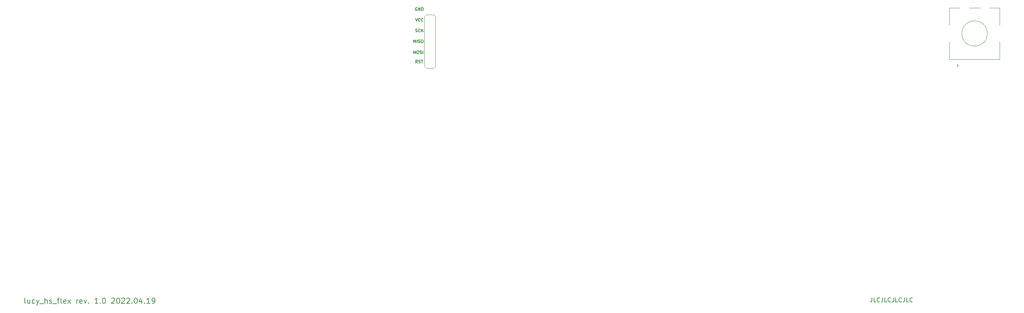
<source format=gto>
G04 #@! TF.GenerationSoftware,KiCad,Pcbnew,(6.0.1-0)*
G04 #@! TF.CreationDate,2022-04-19T22:54:19-05:00*
G04 #@! TF.ProjectId,pcb,7063622e-6b69-4636-9164-5f7063625858,rev?*
G04 #@! TF.SameCoordinates,Original*
G04 #@! TF.FileFunction,Legend,Top*
G04 #@! TF.FilePolarity,Positive*
%FSLAX46Y46*%
G04 Gerber Fmt 4.6, Leading zero omitted, Abs format (unit mm)*
G04 Created by KiCad (PCBNEW (6.0.1-0)) date 2022-04-19 22:54:19*
%MOMM*%
%LPD*%
G01*
G04 APERTURE LIST*
%ADD10C,0.150000*%
%ADD11C,0.200000*%
%ADD12C,0.120000*%
%ADD13C,3.000000*%
%ADD14C,1.750000*%
%ADD15C,3.987800*%
%ADD16R,2.000000X2.000000*%
%ADD17C,2.000000*%
%ADD18R,2.000000X3.200000*%
%ADD19C,3.800000*%
%ADD20O,1.700000X1.700000*%
%ADD21R,1.700000X1.700000*%
%ADD22C,0.650000*%
%ADD23O,1.300000X2.400000*%
%ADD24O,1.300000X1.900000*%
%ADD25C,1.700000*%
G04 APERTURE END LIST*
D10*
X296013577Y-115736694D02*
X296013577Y-116450980D01*
X295965958Y-116593837D01*
X295870720Y-116689075D01*
X295727863Y-116736694D01*
X295632625Y-116736694D01*
X296965958Y-116736694D02*
X296489767Y-116736694D01*
X296489767Y-115736694D01*
X297870720Y-116641456D02*
X297823101Y-116689075D01*
X297680244Y-116736694D01*
X297585005Y-116736694D01*
X297442148Y-116689075D01*
X297346910Y-116593837D01*
X297299291Y-116498599D01*
X297251672Y-116308123D01*
X297251672Y-116165266D01*
X297299291Y-115974790D01*
X297346910Y-115879552D01*
X297442148Y-115784314D01*
X297585005Y-115736694D01*
X297680244Y-115736694D01*
X297823101Y-115784314D01*
X297870720Y-115831933D01*
X298585005Y-115736694D02*
X298585005Y-116450980D01*
X298537386Y-116593837D01*
X298442148Y-116689075D01*
X298299291Y-116736694D01*
X298204053Y-116736694D01*
X299537386Y-116736694D02*
X299061196Y-116736694D01*
X299061196Y-115736694D01*
X300442148Y-116641456D02*
X300394529Y-116689075D01*
X300251672Y-116736694D01*
X300156434Y-116736694D01*
X300013577Y-116689075D01*
X299918339Y-116593837D01*
X299870720Y-116498599D01*
X299823101Y-116308123D01*
X299823101Y-116165266D01*
X299870720Y-115974790D01*
X299918339Y-115879552D01*
X300013577Y-115784314D01*
X300156434Y-115736694D01*
X300251672Y-115736694D01*
X300394529Y-115784314D01*
X300442148Y-115831933D01*
X301156434Y-115736694D02*
X301156434Y-116450980D01*
X301108815Y-116593837D01*
X301013577Y-116689075D01*
X300870720Y-116736694D01*
X300775482Y-116736694D01*
X302108815Y-116736694D02*
X301632625Y-116736694D01*
X301632625Y-115736694D01*
X303013577Y-116641456D02*
X302965958Y-116689075D01*
X302823101Y-116736694D01*
X302727863Y-116736694D01*
X302585005Y-116689075D01*
X302489767Y-116593837D01*
X302442148Y-116498599D01*
X302394529Y-116308123D01*
X302394529Y-116165266D01*
X302442148Y-115974790D01*
X302489767Y-115879552D01*
X302585005Y-115784314D01*
X302727863Y-115736694D01*
X302823101Y-115736694D01*
X302965958Y-115784314D01*
X303013577Y-115831933D01*
X303727863Y-115736694D02*
X303727863Y-116450980D01*
X303680244Y-116593837D01*
X303585005Y-116689075D01*
X303442148Y-116736694D01*
X303346910Y-116736694D01*
X304680244Y-116736694D02*
X304204053Y-116736694D01*
X304204053Y-115736694D01*
X305585005Y-116641456D02*
X305537386Y-116689075D01*
X305394529Y-116736694D01*
X305299291Y-116736694D01*
X305156434Y-116689075D01*
X305061196Y-116593837D01*
X305013577Y-116498599D01*
X304965958Y-116308123D01*
X304965958Y-116165266D01*
X305013577Y-115974790D01*
X305061196Y-115879552D01*
X305156434Y-115784314D01*
X305299291Y-115736694D01*
X305394529Y-115736694D01*
X305537386Y-115784314D01*
X305585005Y-115831933D01*
D11*
X96234070Y-117065476D02*
X96115022Y-117005952D01*
X96055499Y-116886904D01*
X96055499Y-115815476D01*
X97245975Y-116232142D02*
X97245975Y-117065476D01*
X96710260Y-116232142D02*
X96710260Y-116886904D01*
X96769784Y-117005952D01*
X96888832Y-117065476D01*
X97067403Y-117065476D01*
X97186451Y-117005952D01*
X97245975Y-116946428D01*
X98376927Y-117005952D02*
X98257880Y-117065476D01*
X98019784Y-117065476D01*
X97900737Y-117005952D01*
X97841213Y-116946428D01*
X97781689Y-116827380D01*
X97781689Y-116470238D01*
X97841213Y-116351190D01*
X97900737Y-116291666D01*
X98019784Y-116232142D01*
X98257880Y-116232142D01*
X98376927Y-116291666D01*
X98793594Y-116232142D02*
X99091213Y-117065476D01*
X99388832Y-116232142D02*
X99091213Y-117065476D01*
X98972165Y-117363095D01*
X98912641Y-117422619D01*
X98793594Y-117482142D01*
X99567403Y-117184523D02*
X100519784Y-117184523D01*
X100817403Y-117065476D02*
X100817403Y-115815476D01*
X101353118Y-117065476D02*
X101353118Y-116410714D01*
X101293594Y-116291666D01*
X101174546Y-116232142D01*
X100995975Y-116232142D01*
X100876927Y-116291666D01*
X100817403Y-116351190D01*
X101888832Y-117005952D02*
X102007880Y-117065476D01*
X102245975Y-117065476D01*
X102365022Y-117005952D01*
X102424546Y-116886904D01*
X102424546Y-116827380D01*
X102365022Y-116708333D01*
X102245975Y-116648809D01*
X102067403Y-116648809D01*
X101948356Y-116589285D01*
X101888832Y-116470238D01*
X101888832Y-116410714D01*
X101948356Y-116291666D01*
X102067403Y-116232142D01*
X102245975Y-116232142D01*
X102365022Y-116291666D01*
X102662641Y-117184523D02*
X103615022Y-117184523D01*
X103734070Y-116232142D02*
X104210260Y-116232142D01*
X103912641Y-117065476D02*
X103912641Y-115994047D01*
X103972165Y-115875000D01*
X104091213Y-115815476D01*
X104210260Y-115815476D01*
X104805499Y-117065476D02*
X104686451Y-117005952D01*
X104626927Y-116886904D01*
X104626927Y-115815476D01*
X105757880Y-117005952D02*
X105638832Y-117065476D01*
X105400737Y-117065476D01*
X105281689Y-117005952D01*
X105222165Y-116886904D01*
X105222165Y-116410714D01*
X105281689Y-116291666D01*
X105400737Y-116232142D01*
X105638832Y-116232142D01*
X105757880Y-116291666D01*
X105817403Y-116410714D01*
X105817403Y-116529761D01*
X105222165Y-116648809D01*
X106234070Y-117065476D02*
X106888832Y-116232142D01*
X106234070Y-116232142D02*
X106888832Y-117065476D01*
X108317403Y-117065476D02*
X108317403Y-116232142D01*
X108317403Y-116470238D02*
X108376927Y-116351190D01*
X108436451Y-116291666D01*
X108555499Y-116232142D01*
X108674546Y-116232142D01*
X109567403Y-117005952D02*
X109448356Y-117065476D01*
X109210260Y-117065476D01*
X109091213Y-117005952D01*
X109031689Y-116886904D01*
X109031689Y-116410714D01*
X109091213Y-116291666D01*
X109210260Y-116232142D01*
X109448356Y-116232142D01*
X109567403Y-116291666D01*
X109626927Y-116410714D01*
X109626927Y-116529761D01*
X109031689Y-116648809D01*
X110043594Y-116232142D02*
X110341213Y-117065476D01*
X110638832Y-116232142D01*
X111115022Y-116946428D02*
X111174546Y-117005952D01*
X111115022Y-117065476D01*
X111055499Y-117005952D01*
X111115022Y-116946428D01*
X111115022Y-117065476D01*
X113317403Y-117065476D02*
X112603118Y-117065476D01*
X112960260Y-117065476D02*
X112960260Y-115815476D01*
X112841213Y-115994047D01*
X112722165Y-116113095D01*
X112603118Y-116172619D01*
X113853118Y-116946428D02*
X113912641Y-117005952D01*
X113853118Y-117065476D01*
X113793594Y-117005952D01*
X113853118Y-116946428D01*
X113853118Y-117065476D01*
X114686451Y-115815476D02*
X114805499Y-115815476D01*
X114924546Y-115875000D01*
X114984070Y-115934523D01*
X115043594Y-116053571D01*
X115103118Y-116291666D01*
X115103118Y-116589285D01*
X115043594Y-116827380D01*
X114984070Y-116946428D01*
X114924546Y-117005952D01*
X114805499Y-117065476D01*
X114686451Y-117065476D01*
X114567403Y-117005952D01*
X114507880Y-116946428D01*
X114448356Y-116827380D01*
X114388832Y-116589285D01*
X114388832Y-116291666D01*
X114448356Y-116053571D01*
X114507880Y-115934523D01*
X114567403Y-115875000D01*
X114686451Y-115815476D01*
X116531689Y-115934523D02*
X116591213Y-115875000D01*
X116710260Y-115815476D01*
X117007880Y-115815476D01*
X117126927Y-115875000D01*
X117186451Y-115934523D01*
X117245975Y-116053571D01*
X117245975Y-116172619D01*
X117186451Y-116351190D01*
X116472165Y-117065476D01*
X117245975Y-117065476D01*
X118019784Y-115815476D02*
X118138832Y-115815476D01*
X118257880Y-115875000D01*
X118317403Y-115934523D01*
X118376927Y-116053571D01*
X118436451Y-116291666D01*
X118436451Y-116589285D01*
X118376927Y-116827380D01*
X118317403Y-116946428D01*
X118257880Y-117005952D01*
X118138832Y-117065476D01*
X118019784Y-117065476D01*
X117900737Y-117005952D01*
X117841213Y-116946428D01*
X117781689Y-116827380D01*
X117722165Y-116589285D01*
X117722165Y-116291666D01*
X117781689Y-116053571D01*
X117841213Y-115934523D01*
X117900737Y-115875000D01*
X118019784Y-115815476D01*
X118912641Y-115934523D02*
X118972165Y-115875000D01*
X119091213Y-115815476D01*
X119388832Y-115815476D01*
X119507880Y-115875000D01*
X119567403Y-115934523D01*
X119626927Y-116053571D01*
X119626927Y-116172619D01*
X119567403Y-116351190D01*
X118853118Y-117065476D01*
X119626927Y-117065476D01*
X120103118Y-115934523D02*
X120162641Y-115875000D01*
X120281689Y-115815476D01*
X120579308Y-115815476D01*
X120698356Y-115875000D01*
X120757880Y-115934523D01*
X120817403Y-116053571D01*
X120817403Y-116172619D01*
X120757880Y-116351190D01*
X120043594Y-117065476D01*
X120817403Y-117065476D01*
X121353118Y-116946428D02*
X121412641Y-117005952D01*
X121353118Y-117065476D01*
X121293594Y-117005952D01*
X121353118Y-116946428D01*
X121353118Y-117065476D01*
X122186451Y-115815476D02*
X122305499Y-115815476D01*
X122424546Y-115875000D01*
X122484070Y-115934523D01*
X122543594Y-116053571D01*
X122603118Y-116291666D01*
X122603118Y-116589285D01*
X122543594Y-116827380D01*
X122484070Y-116946428D01*
X122424546Y-117005952D01*
X122305499Y-117065476D01*
X122186451Y-117065476D01*
X122067403Y-117005952D01*
X122007880Y-116946428D01*
X121948356Y-116827380D01*
X121888832Y-116589285D01*
X121888832Y-116291666D01*
X121948356Y-116053571D01*
X122007880Y-115934523D01*
X122067403Y-115875000D01*
X122186451Y-115815476D01*
X123674546Y-116232142D02*
X123674546Y-117065476D01*
X123376927Y-115755952D02*
X123079308Y-116648809D01*
X123853118Y-116648809D01*
X124329308Y-116946428D02*
X124388832Y-117005952D01*
X124329308Y-117065476D01*
X124269784Y-117005952D01*
X124329308Y-116946428D01*
X124329308Y-117065476D01*
X125579308Y-117065476D02*
X124865022Y-117065476D01*
X125222165Y-117065476D02*
X125222165Y-115815476D01*
X125103118Y-115994047D01*
X124984070Y-116113095D01*
X124865022Y-116172619D01*
X126174546Y-117065476D02*
X126412641Y-117065476D01*
X126531689Y-117005952D01*
X126591213Y-116946428D01*
X126710260Y-116767857D01*
X126769784Y-116529761D01*
X126769784Y-116053571D01*
X126710260Y-115934523D01*
X126650737Y-115875000D01*
X126531689Y-115815476D01*
X126293594Y-115815476D01*
X126174546Y-115875000D01*
X126115022Y-115934523D01*
X126055499Y-116053571D01*
X126055499Y-116351190D01*
X126115022Y-116470238D01*
X126174546Y-116529761D01*
X126293594Y-116589285D01*
X126531689Y-116589285D01*
X126650737Y-116529761D01*
X126710260Y-116470238D01*
X126769784Y-116351190D01*
D10*
X187840225Y-57960616D02*
X187840225Y-57260616D01*
X188073558Y-57760616D01*
X188306891Y-57260616D01*
X188306891Y-57960616D01*
X188773558Y-57260616D02*
X188906891Y-57260616D01*
X188973558Y-57293950D01*
X189040225Y-57360616D01*
X189073558Y-57493950D01*
X189073558Y-57727283D01*
X189040225Y-57860616D01*
X188973558Y-57927283D01*
X188906891Y-57960616D01*
X188773558Y-57960616D01*
X188706891Y-57927283D01*
X188640225Y-57860616D01*
X188606891Y-57727283D01*
X188606891Y-57493950D01*
X188640225Y-57360616D01*
X188706891Y-57293950D01*
X188773558Y-57260616D01*
X189340225Y-57927283D02*
X189440225Y-57960616D01*
X189606891Y-57960616D01*
X189673558Y-57927283D01*
X189706891Y-57893950D01*
X189740225Y-57827283D01*
X189740225Y-57760616D01*
X189706891Y-57693950D01*
X189673558Y-57660616D01*
X189606891Y-57627283D01*
X189473558Y-57593950D01*
X189406891Y-57560616D01*
X189373558Y-57527283D01*
X189340225Y-57460616D01*
X189340225Y-57393950D01*
X189373558Y-57327283D01*
X189406891Y-57293950D01*
X189473558Y-57260616D01*
X189640225Y-57260616D01*
X189740225Y-57293950D01*
X190040225Y-57960616D02*
X190040225Y-57260616D01*
X187840225Y-55378112D02*
X187840225Y-54678112D01*
X188073558Y-55178112D01*
X188306891Y-54678112D01*
X188306891Y-55378112D01*
X188640225Y-55378112D02*
X188640225Y-54678112D01*
X188940225Y-55344779D02*
X189040225Y-55378112D01*
X189206891Y-55378112D01*
X189273558Y-55344779D01*
X189306891Y-55311446D01*
X189340225Y-55244779D01*
X189340225Y-55178112D01*
X189306891Y-55111446D01*
X189273558Y-55078112D01*
X189206891Y-55044779D01*
X189073558Y-55011446D01*
X189006891Y-54978112D01*
X188973558Y-54944779D01*
X188940225Y-54878112D01*
X188940225Y-54811446D01*
X188973558Y-54744779D01*
X189006891Y-54711446D01*
X189073558Y-54678112D01*
X189240225Y-54678112D01*
X189340225Y-54711446D01*
X189773558Y-54678112D02*
X189906891Y-54678112D01*
X189973558Y-54711446D01*
X190040225Y-54778112D01*
X190073558Y-54911446D01*
X190073558Y-55144779D01*
X190040225Y-55278112D01*
X189973558Y-55344779D01*
X189906891Y-55378112D01*
X189773558Y-55378112D01*
X189706891Y-55344779D01*
X189640225Y-55278112D01*
X189606891Y-55144779D01*
X189606891Y-54911446D01*
X189640225Y-54778112D01*
X189706891Y-54711446D01*
X189773558Y-54678112D01*
X188290225Y-52807283D02*
X188390225Y-52840616D01*
X188556891Y-52840616D01*
X188623558Y-52807283D01*
X188656891Y-52773950D01*
X188690225Y-52707283D01*
X188690225Y-52640616D01*
X188656891Y-52573950D01*
X188623558Y-52540616D01*
X188556891Y-52507283D01*
X188423558Y-52473950D01*
X188356891Y-52440616D01*
X188323558Y-52407283D01*
X188290225Y-52340616D01*
X188290225Y-52273950D01*
X188323558Y-52207283D01*
X188356891Y-52173950D01*
X188423558Y-52140616D01*
X188590225Y-52140616D01*
X188690225Y-52173950D01*
X189390225Y-52773950D02*
X189356891Y-52807283D01*
X189256891Y-52840616D01*
X189190225Y-52840616D01*
X189090225Y-52807283D01*
X189023558Y-52740616D01*
X188990225Y-52673950D01*
X188956891Y-52540616D01*
X188956891Y-52440616D01*
X188990225Y-52307283D01*
X189023558Y-52240616D01*
X189090225Y-52173950D01*
X189190225Y-52140616D01*
X189256891Y-52140616D01*
X189356891Y-52173950D01*
X189390225Y-52207283D01*
X189690225Y-52840616D02*
X189690225Y-52140616D01*
X190090225Y-52840616D02*
X189790225Y-52440616D01*
X190090225Y-52140616D02*
X189690225Y-52540616D01*
X188631979Y-47093950D02*
X188565313Y-47060616D01*
X188465313Y-47060616D01*
X188365313Y-47093950D01*
X188298646Y-47160616D01*
X188265313Y-47227283D01*
X188231979Y-47360616D01*
X188231979Y-47460616D01*
X188265313Y-47593950D01*
X188298646Y-47660616D01*
X188365313Y-47727283D01*
X188465313Y-47760616D01*
X188531979Y-47760616D01*
X188631979Y-47727283D01*
X188665313Y-47693950D01*
X188665313Y-47460616D01*
X188531979Y-47460616D01*
X188965313Y-47760616D02*
X188965313Y-47060616D01*
X189365313Y-47760616D01*
X189365313Y-47060616D01*
X189698646Y-47760616D02*
X189698646Y-47060616D01*
X189865313Y-47060616D01*
X189965313Y-47093950D01*
X190031979Y-47160616D01*
X190065313Y-47227283D01*
X190098646Y-47360616D01*
X190098646Y-47460616D01*
X190065313Y-47593950D01*
X190031979Y-47660616D01*
X189965313Y-47727283D01*
X189865313Y-47760616D01*
X189698646Y-47760616D01*
X188256891Y-49600616D02*
X188490225Y-50300616D01*
X188723558Y-49600616D01*
X189356891Y-50233950D02*
X189323558Y-50267283D01*
X189223558Y-50300616D01*
X189156891Y-50300616D01*
X189056891Y-50267283D01*
X188990225Y-50200616D01*
X188956891Y-50133950D01*
X188923558Y-50000616D01*
X188923558Y-49900616D01*
X188956891Y-49767283D01*
X188990225Y-49700616D01*
X189056891Y-49633950D01*
X189156891Y-49600616D01*
X189223558Y-49600616D01*
X189323558Y-49633950D01*
X189356891Y-49667283D01*
X190056891Y-50233950D02*
X190023558Y-50267283D01*
X189923558Y-50300616D01*
X189856891Y-50300616D01*
X189756891Y-50267283D01*
X189690225Y-50200616D01*
X189656891Y-50133950D01*
X189623558Y-50000616D01*
X189623558Y-49900616D01*
X189656891Y-49767283D01*
X189690225Y-49700616D01*
X189756891Y-49633950D01*
X189856891Y-49600616D01*
X189923558Y-49600616D01*
X190023558Y-49633950D01*
X190056891Y-49667283D01*
X188756891Y-60178112D02*
X188523558Y-59844779D01*
X188356891Y-60178112D02*
X188356891Y-59478112D01*
X188623558Y-59478112D01*
X188690225Y-59511446D01*
X188723558Y-59544779D01*
X188756891Y-59611446D01*
X188756891Y-59711446D01*
X188723558Y-59778112D01*
X188690225Y-59811446D01*
X188623558Y-59844779D01*
X188356891Y-59844779D01*
X189023558Y-60144779D02*
X189123558Y-60178112D01*
X189290225Y-60178112D01*
X189356891Y-60144779D01*
X189390225Y-60111446D01*
X189423558Y-60044779D01*
X189423558Y-59978112D01*
X189390225Y-59911446D01*
X189356891Y-59878112D01*
X189290225Y-59844779D01*
X189156891Y-59811446D01*
X189090225Y-59778112D01*
X189056891Y-59744779D01*
X189023558Y-59678112D01*
X189023558Y-59611446D01*
X189056891Y-59544779D01*
X189090225Y-59511446D01*
X189156891Y-59478112D01*
X189323558Y-59478112D01*
X189423558Y-59511446D01*
X189623558Y-59478112D02*
X190023558Y-59478112D01*
X189823558Y-60178112D02*
X189823558Y-59478112D01*
D12*
X314352725Y-55193950D02*
X314352725Y-59293950D01*
X316152725Y-60393950D02*
X316452725Y-60693950D01*
X318952725Y-47093950D02*
X321552725Y-47093950D01*
X316452725Y-60693950D02*
X316152725Y-60993950D01*
X326152725Y-55193950D02*
X326152725Y-59293950D01*
X326152725Y-47093950D02*
X326152725Y-51193950D01*
X314352725Y-47093950D02*
X316752725Y-47093950D01*
X323752725Y-47093950D02*
X326152725Y-47093950D01*
X314352725Y-51193950D02*
X314352725Y-47093950D01*
X314352725Y-59293950D02*
X326152725Y-59293950D01*
X316152725Y-60993950D02*
X316152725Y-60393950D01*
X323252725Y-53193950D02*
G75*
G03*
X323252725Y-53193950I-3000000J0D01*
G01*
X190865313Y-48713950D02*
X190335313Y-49243950D01*
X192465313Y-48713950D02*
X192995313Y-49143950D01*
X192465313Y-61473950D02*
X190865313Y-61473950D01*
X192995313Y-49143950D02*
X192995313Y-60943950D01*
X192465313Y-61473950D02*
X192995313Y-60943950D01*
X190865313Y-48713950D02*
X192465313Y-48713950D01*
X190865313Y-61473950D02*
X190335313Y-60943950D01*
X190335313Y-60943950D02*
X190335313Y-49243950D01*
%LPC*%
D13*
X121180225Y-50653950D03*
D14*
X119910225Y-53193950D03*
D15*
X124990225Y-53193950D03*
D13*
X127530225Y-48113950D03*
D14*
X130070225Y-53193950D03*
X206270225Y-53193950D03*
D13*
X203730225Y-48113950D03*
X197380225Y-50653950D03*
D14*
X196110225Y-53193950D03*
D15*
X201190225Y-53193950D03*
D14*
X187220225Y-53193950D03*
D13*
X178330225Y-50653950D03*
X184680225Y-48113950D03*
D14*
X177060225Y-53193950D03*
D15*
X182140225Y-53193950D03*
D14*
X168170225Y-53193950D03*
D15*
X163090225Y-53193950D03*
D13*
X165630225Y-48113950D03*
X159280225Y-50653950D03*
D14*
X158010225Y-53193950D03*
X81810225Y-53193950D03*
D15*
X86890225Y-53193950D03*
D13*
X83080225Y-50653950D03*
X89430225Y-48113950D03*
D14*
X91970225Y-53193950D03*
X225320225Y-53193950D03*
D13*
X222780225Y-48113950D03*
D15*
X220240225Y-53193950D03*
D14*
X215160225Y-53193950D03*
D13*
X216430225Y-50653950D03*
D14*
X244370225Y-53193950D03*
D13*
X235480225Y-50653950D03*
X241830225Y-48113950D03*
D14*
X234210225Y-53193950D03*
D15*
X239290225Y-53193950D03*
D14*
X91970225Y-72243950D03*
D15*
X86890225Y-72243950D03*
D13*
X83080225Y-69703950D03*
D14*
X81810225Y-72243950D03*
D13*
X89430225Y-67163950D03*
D14*
X111020225Y-72243950D03*
D13*
X102130225Y-69703950D03*
D14*
X100860225Y-72243950D03*
D13*
X108480225Y-67163950D03*
D15*
X105940225Y-72243950D03*
X144045399Y-72243950D03*
D13*
X146585399Y-67163950D03*
D14*
X138965399Y-72243950D03*
X149125399Y-72243950D03*
D13*
X140235399Y-69703950D03*
X273580225Y-50653950D03*
D15*
X277390225Y-53193950D03*
D13*
X279930225Y-48113950D03*
D14*
X272310225Y-53193950D03*
X282470225Y-53193950D03*
D13*
X165630225Y-67163950D03*
X159280225Y-69703950D03*
D14*
X168170225Y-72243950D03*
X158010225Y-72243950D03*
D15*
X163090225Y-72243950D03*
D14*
X187220225Y-72243950D03*
D15*
X182140225Y-72243950D03*
D14*
X177060225Y-72243950D03*
D13*
X184680225Y-67163950D03*
X178330225Y-69703950D03*
D14*
X196110225Y-72243950D03*
D15*
X201190225Y-72243950D03*
D13*
X203730225Y-67163950D03*
D14*
X206270225Y-72243950D03*
D13*
X197380225Y-69703950D03*
D14*
X111020225Y-110343950D03*
D15*
X105940225Y-110343950D03*
D14*
X100860225Y-110343950D03*
D13*
X108480225Y-105263950D03*
X102130225Y-107803950D03*
D14*
X119910225Y-110343950D03*
D13*
X127530225Y-105263950D03*
D14*
X130070225Y-110343950D03*
D15*
X124990225Y-110343950D03*
D13*
X121180225Y-107803950D03*
X140230225Y-107803950D03*
X146580225Y-105263950D03*
D15*
X144040225Y-110343950D03*
D14*
X149120225Y-110343950D03*
X138960225Y-110343950D03*
D13*
X159280225Y-107803950D03*
D14*
X168170225Y-110343950D03*
D13*
X165630225Y-105263950D03*
D14*
X158010225Y-110343950D03*
D15*
X163090225Y-110343950D03*
X182140225Y-110343950D03*
D14*
X187220225Y-110343950D03*
D13*
X178330225Y-107803950D03*
X184680225Y-105263950D03*
D14*
X177060225Y-110343950D03*
D15*
X220240225Y-110343950D03*
D14*
X225320225Y-110343950D03*
D13*
X222780225Y-105263950D03*
D14*
X215160225Y-110343950D03*
D13*
X216430225Y-107803950D03*
X241830225Y-105263950D03*
X235480225Y-107803950D03*
D14*
X244370225Y-110343950D03*
X234210225Y-110343950D03*
D15*
X239290225Y-110343950D03*
D14*
X253260225Y-110343950D03*
D13*
X254530225Y-107803950D03*
X260880225Y-105263950D03*
D14*
X263420225Y-110343950D03*
D15*
X258340225Y-110343950D03*
D13*
X279930225Y-105263950D03*
D15*
X277390225Y-110343950D03*
D14*
X282470225Y-110343950D03*
X272310225Y-110343950D03*
D13*
X273580225Y-107803950D03*
D14*
X196110225Y-110343950D03*
X206270225Y-110343950D03*
D13*
X203730225Y-105263950D03*
D15*
X201190225Y-110343950D03*
D13*
X197380225Y-107803950D03*
X279930225Y-86213950D03*
D15*
X277390225Y-91293950D03*
D13*
X273580225Y-88753950D03*
D14*
X272310225Y-91293950D03*
X282470225Y-91293950D03*
X253260225Y-91293950D03*
D13*
X260880225Y-86213950D03*
D15*
X258340225Y-91293950D03*
D13*
X254530225Y-88753950D03*
D14*
X263420225Y-91293950D03*
D13*
X216430225Y-88753950D03*
D14*
X215160225Y-91293950D03*
D13*
X222780225Y-86213950D03*
D14*
X225320225Y-91293950D03*
D15*
X220240225Y-91293950D03*
D14*
X187220225Y-91293950D03*
X177060225Y-91293950D03*
D15*
X182140225Y-91293950D03*
D13*
X184680225Y-86213950D03*
X178330225Y-88753950D03*
D14*
X138960225Y-91293950D03*
D13*
X146580225Y-86213950D03*
D14*
X149120225Y-91293950D03*
D15*
X144040225Y-91293950D03*
D13*
X140230225Y-88753950D03*
X83080225Y-88753950D03*
X89430225Y-86213950D03*
D14*
X91970225Y-91293950D03*
X81810225Y-91293950D03*
D15*
X86890225Y-91293950D03*
D14*
X158010225Y-91293950D03*
D13*
X159280225Y-88753950D03*
X165630225Y-86213950D03*
D14*
X168170225Y-91293950D03*
D15*
X163090225Y-91293950D03*
D13*
X298980225Y-67163950D03*
D14*
X301520225Y-72243950D03*
D13*
X292630225Y-69703950D03*
D14*
X291360225Y-72243950D03*
D15*
X296440225Y-72243950D03*
D13*
X127530225Y-86213950D03*
D14*
X130070225Y-91293950D03*
D13*
X121180225Y-88753950D03*
D14*
X119910225Y-91293950D03*
D15*
X124990225Y-91293950D03*
X105940225Y-91293950D03*
D14*
X111020225Y-91293950D03*
D13*
X108480225Y-86213950D03*
X102130225Y-88753950D03*
D14*
X100860225Y-91293950D03*
X263420225Y-72243950D03*
D13*
X260880225Y-67163950D03*
D15*
X258340225Y-72243950D03*
D13*
X254530225Y-69703950D03*
D14*
X253260225Y-72243950D03*
X234210225Y-72243950D03*
D13*
X241830225Y-67163950D03*
D15*
X239290225Y-72243950D03*
D13*
X235480225Y-69703950D03*
D14*
X244370225Y-72243950D03*
D13*
X273580225Y-69703950D03*
D15*
X277390225Y-72243950D03*
D14*
X282470225Y-72243950D03*
D13*
X279930225Y-67163950D03*
D14*
X272310225Y-72243950D03*
D13*
X298980225Y-105263950D03*
D14*
X291360225Y-110343950D03*
D15*
X296440225Y-110343950D03*
D14*
X301520225Y-110343950D03*
D13*
X292630225Y-107803950D03*
X298980225Y-86213950D03*
X292630225Y-88753950D03*
D15*
X296440225Y-91293950D03*
D14*
X301520225Y-91293950D03*
X291360225Y-91293950D03*
D13*
X292630225Y-50653950D03*
D15*
X296440225Y-53193950D03*
D14*
X301520225Y-53193950D03*
X291360225Y-53193950D03*
D13*
X298980225Y-48113950D03*
D16*
X317752725Y-60693950D03*
D17*
X322752725Y-60693950D03*
X320252725Y-60693950D03*
D18*
X314652725Y-53193950D03*
X325852725Y-53193950D03*
D17*
X322752725Y-46193950D03*
X317752725Y-46193950D03*
D13*
X108480225Y-48113950D03*
X102130225Y-50653950D03*
D14*
X111020225Y-53193950D03*
X100860225Y-53193950D03*
D15*
X105940225Y-53193950D03*
X144040225Y-53193950D03*
D14*
X149120225Y-53193950D03*
D13*
X140230225Y-50653950D03*
D14*
X138960225Y-53193950D03*
D13*
X146580225Y-48113950D03*
D15*
X320252785Y-110344230D03*
D13*
X322792785Y-105264230D03*
D14*
X315172785Y-110344230D03*
X325332785Y-110344230D03*
D13*
X316442785Y-107804230D03*
D14*
X315172785Y-72244070D03*
D13*
X316442785Y-69704070D03*
X322792785Y-67164070D03*
D14*
X325332785Y-72244070D03*
D15*
X320252785Y-72244070D03*
D13*
X316442785Y-88754150D03*
X322792785Y-86214150D03*
D14*
X325332785Y-91294150D03*
D15*
X320252785Y-91294150D03*
D14*
X315172785Y-91294150D03*
D15*
X201190225Y-91293950D03*
D13*
X203730225Y-86213950D03*
D14*
X206270225Y-91293950D03*
X196110225Y-91293950D03*
D13*
X197380225Y-88753950D03*
X241830225Y-86213950D03*
D14*
X244370225Y-91293950D03*
D15*
X239290225Y-91293950D03*
D14*
X234210225Y-91293950D03*
D13*
X235480225Y-88753950D03*
D14*
X91970225Y-110343950D03*
D13*
X89430225Y-105263950D03*
D14*
X81810225Y-110343950D03*
D13*
X83080225Y-107803950D03*
D15*
X86890225Y-110343950D03*
D13*
X254530225Y-50653950D03*
X260880225Y-48113950D03*
D14*
X253260225Y-53193950D03*
D15*
X258340225Y-53193950D03*
D14*
X263420225Y-53193950D03*
D13*
X121180225Y-69703950D03*
X127530225Y-67163950D03*
D14*
X119910225Y-72243950D03*
D15*
X124990225Y-72243950D03*
D14*
X130070225Y-72243950D03*
X215160225Y-72243950D03*
D15*
X220240225Y-72243950D03*
D13*
X222780225Y-67163950D03*
D14*
X225320225Y-72243950D03*
D13*
X216430225Y-69703950D03*
D19*
X308346661Y-53193950D03*
D20*
X191665313Y-60143950D03*
X191665313Y-49983950D03*
X191665313Y-55063950D03*
X191665313Y-57603950D03*
X191665313Y-52523950D03*
D21*
X191665313Y-47443950D03*
D22*
X93525217Y-42765450D03*
X99305217Y-42765450D03*
D23*
X92115217Y-43316450D03*
X100715217Y-43316450D03*
D24*
X100715217Y-39116450D03*
X92115217Y-39116450D03*
D25*
X308390225Y-67843950D03*
X308390225Y-70383950D03*
X308390225Y-72923950D03*
X308390225Y-65303950D03*
X308390225Y-62763950D03*
M02*

</source>
